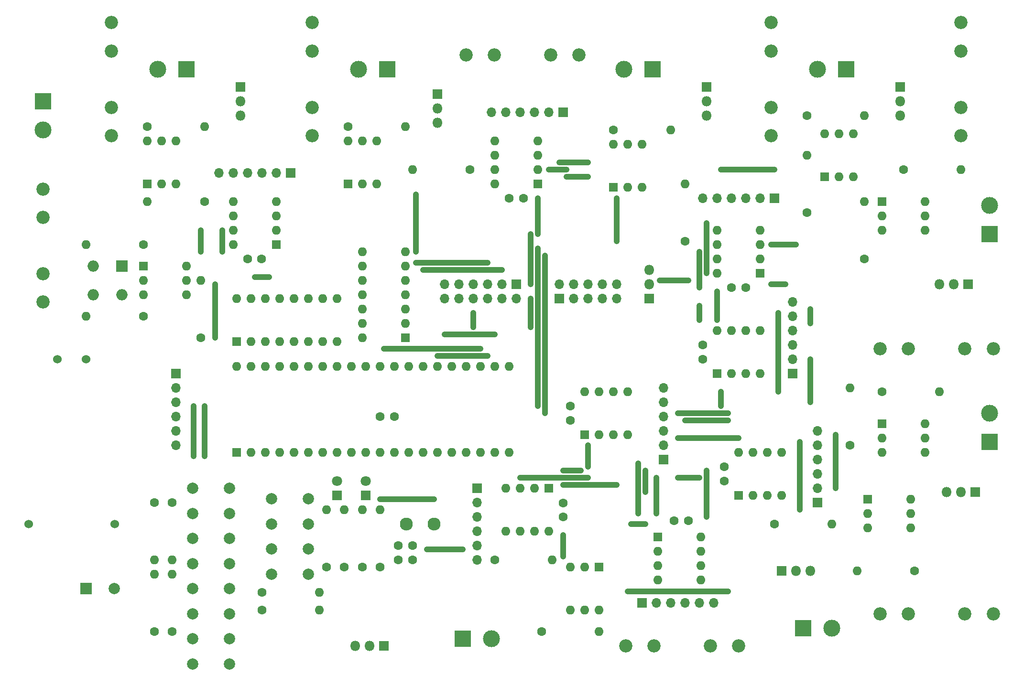
<source format=gbr>
G04 #@! TF.FileFunction,Copper,L1,Top,Signal*
%FSLAX46Y46*%
G04 Gerber Fmt 4.6, Leading zero omitted, Abs format (unit mm)*
G04 Created by KiCad (PCBNEW 4.0.7) date 06/18/18 21:36:35*
%MOMM*%
%LPD*%
G01*
G04 APERTURE LIST*
%ADD10C,0.100000*%
%ADD11C,2.350000*%
%ADD12R,1.600000X1.600000*%
%ADD13O,1.600000X1.600000*%
%ADD14C,1.600000*%
%ADD15R,2.000000X2.000000*%
%ADD16C,2.000000*%
%ADD17R,1.800000X1.800000*%
%ADD18C,1.800000*%
%ADD19O,1.800000X1.800000*%
%ADD20R,3.000000X3.000000*%
%ADD21C,3.000000*%
%ADD22R,1.700000X1.700000*%
%ADD23O,1.700000X1.700000*%
%ADD24C,2.300000*%
%ADD25O,2.000000X2.000000*%
%ADD26C,1.524000*%
%ADD27C,0.600000*%
%ADD28C,1.000000*%
G04 APERTURE END LIST*
D10*
D11*
X75565000Y-39130000D03*
X75565000Y-44130000D03*
X75565000Y-29130000D03*
X75565000Y-24130000D03*
D12*
X46355000Y-52705000D03*
D13*
X51435000Y-45085000D03*
X48895000Y-52705000D03*
X48895000Y-45085000D03*
X51435000Y-52705000D03*
X46355000Y-45085000D03*
D14*
X87630000Y-120650000D03*
D13*
X87630000Y-110490000D03*
D14*
X47625000Y-109220000D03*
D13*
X47625000Y-119380000D03*
D12*
X45720000Y-67310000D03*
D13*
X53340000Y-72390000D03*
X45720000Y-69850000D03*
X53340000Y-69850000D03*
X45720000Y-72390000D03*
X53340000Y-67310000D03*
D14*
X90805000Y-116840000D03*
X90805000Y-119340000D03*
X93345000Y-116840000D03*
X93345000Y-119340000D03*
D15*
X35560000Y-124460000D03*
D16*
X40560000Y-124460000D03*
D14*
X87630000Y-93980000D03*
X90130000Y-93980000D03*
X142240000Y-112395000D03*
X139740000Y-112395000D03*
D17*
X80010000Y-107950000D03*
D18*
X80010000Y-105410000D03*
D17*
X85090000Y-107950000D03*
D18*
X85090000Y-105410000D03*
D17*
X158750000Y-121285000D03*
D19*
X161290000Y-121285000D03*
X163830000Y-121285000D03*
D20*
X27940000Y-38100000D03*
D21*
X27940000Y-43180000D03*
D22*
X111760000Y-70485000D03*
D23*
X111760000Y-73025000D03*
X109220000Y-70485000D03*
X109220000Y-73025000D03*
X106680000Y-70485000D03*
X106680000Y-73025000D03*
X104140000Y-70485000D03*
X104140000Y-73025000D03*
X101600000Y-70485000D03*
X101600000Y-73025000D03*
X99060000Y-70485000D03*
X99060000Y-73025000D03*
D22*
X119380000Y-73025000D03*
D23*
X119380000Y-70485000D03*
X121920000Y-73025000D03*
X121920000Y-70485000D03*
X124460000Y-73025000D03*
X124460000Y-70485000D03*
X127000000Y-73025000D03*
X127000000Y-70485000D03*
X129540000Y-73025000D03*
X129540000Y-70485000D03*
D22*
X51435000Y-86360000D03*
D23*
X51435000Y-88900000D03*
X51435000Y-91440000D03*
X51435000Y-93980000D03*
X51435000Y-96520000D03*
X51435000Y-99060000D03*
D22*
X133985000Y-127000000D03*
D23*
X136525000Y-127000000D03*
X139065000Y-127000000D03*
X141605000Y-127000000D03*
X144145000Y-127000000D03*
X146685000Y-127000000D03*
D20*
X162560000Y-131445000D03*
D21*
X167640000Y-131445000D03*
D12*
X62230000Y-80645000D03*
D13*
X80010000Y-73025000D03*
X64770000Y-80645000D03*
X77470000Y-73025000D03*
X67310000Y-80645000D03*
X74930000Y-73025000D03*
X69850000Y-80645000D03*
X72390000Y-73025000D03*
X72390000Y-80645000D03*
X69850000Y-73025000D03*
X74930000Y-80645000D03*
X67310000Y-73025000D03*
X77470000Y-80645000D03*
X64770000Y-73025000D03*
X80010000Y-80645000D03*
X62230000Y-73025000D03*
D17*
X135255000Y-73025000D03*
D19*
X135255000Y-70485000D03*
X135255000Y-67945000D03*
D12*
X92075000Y-80010000D03*
D13*
X84455000Y-64770000D03*
X92075000Y-77470000D03*
X84455000Y-67310000D03*
X92075000Y-74930000D03*
X84455000Y-69850000D03*
X92075000Y-72390000D03*
X84455000Y-72390000D03*
X92075000Y-69850000D03*
X84455000Y-74930000D03*
X92075000Y-67310000D03*
X84455000Y-77470000D03*
X92075000Y-64770000D03*
X84455000Y-80010000D03*
D12*
X136842500Y-115252500D03*
D13*
X144462500Y-122872500D03*
X136842500Y-117792500D03*
X144462500Y-120332500D03*
X136842500Y-120332500D03*
X144462500Y-117792500D03*
X136842500Y-122872500D03*
X144462500Y-115252500D03*
D12*
X173990000Y-108585000D03*
D13*
X181610000Y-113665000D03*
X173990000Y-111125000D03*
X181610000Y-111125000D03*
X173990000Y-113665000D03*
X181610000Y-108585000D03*
D24*
X97155000Y-113030000D03*
X92255000Y-113030000D03*
D14*
X120015000Y-111760000D03*
X120015000Y-109260000D03*
X110490000Y-55245000D03*
X112990000Y-55245000D03*
X64135000Y-66040000D03*
X66635000Y-66040000D03*
X149860000Y-71120000D03*
X152360000Y-71120000D03*
X144780000Y-81280000D03*
X144780000Y-83780000D03*
X121285000Y-92075000D03*
X121285000Y-94575000D03*
X148590000Y-102870000D03*
X148590000Y-105370000D03*
D17*
X88265000Y-134620000D03*
D19*
X85725000Y-134620000D03*
X83185000Y-134620000D03*
D17*
X97790000Y-36830000D03*
D19*
X97790000Y-39370000D03*
X97790000Y-41910000D03*
D17*
X62865000Y-35560000D03*
D19*
X62865000Y-38100000D03*
X62865000Y-40640000D03*
D17*
X145415000Y-35560000D03*
D19*
X145415000Y-38100000D03*
X145415000Y-40640000D03*
D17*
X179705000Y-35560000D03*
D19*
X179705000Y-38100000D03*
X179705000Y-40640000D03*
D17*
X191770000Y-70485000D03*
D19*
X189230000Y-70485000D03*
X186690000Y-70485000D03*
D17*
X193040000Y-107315000D03*
D19*
X190500000Y-107315000D03*
X187960000Y-107315000D03*
D11*
X27940000Y-58660000D03*
X27940000Y-53660000D03*
X27940000Y-68660000D03*
X27940000Y-73660000D03*
X181215000Y-128905000D03*
X176215000Y-128905000D03*
X191215000Y-128905000D03*
X196215000Y-128905000D03*
X136130000Y-134620000D03*
X131130000Y-134620000D03*
X146130000Y-134620000D03*
X151130000Y-134620000D03*
X40005000Y-39130000D03*
X40005000Y-44130000D03*
X40005000Y-29130000D03*
X40005000Y-24130000D03*
X117870000Y-29845000D03*
X122870000Y-29845000D03*
X107870000Y-29845000D03*
X102870000Y-29845000D03*
X156845000Y-39130000D03*
X156845000Y-44130000D03*
X156845000Y-29130000D03*
X156845000Y-24130000D03*
X190500000Y-39130000D03*
X190500000Y-44130000D03*
X190500000Y-29130000D03*
X190500000Y-24130000D03*
X181215000Y-81915000D03*
X176215000Y-81915000D03*
X191215000Y-81915000D03*
X196215000Y-81915000D03*
D22*
X104775000Y-106680000D03*
D23*
X104775000Y-109220000D03*
X104775000Y-111760000D03*
X104775000Y-114300000D03*
X104775000Y-116840000D03*
X104775000Y-119380000D03*
D20*
X102235000Y-133350000D03*
D21*
X107315000Y-133350000D03*
D22*
X120015000Y-40005000D03*
D23*
X117475000Y-40005000D03*
X114935000Y-40005000D03*
X112395000Y-40005000D03*
X109855000Y-40005000D03*
X107315000Y-40005000D03*
D20*
X88900000Y-32385000D03*
D21*
X83820000Y-32385000D03*
D22*
X71755000Y-50800000D03*
D23*
X69215000Y-50800000D03*
X66675000Y-50800000D03*
X64135000Y-50800000D03*
X61595000Y-50800000D03*
X59055000Y-50800000D03*
D20*
X53340000Y-32385000D03*
D21*
X48260000Y-32385000D03*
D22*
X157480000Y-55245000D03*
D23*
X154940000Y-55245000D03*
X152400000Y-55245000D03*
X149860000Y-55245000D03*
X147320000Y-55245000D03*
X144780000Y-55245000D03*
D20*
X135890000Y-32385000D03*
D21*
X130810000Y-32385000D03*
D22*
X160655000Y-86360000D03*
D23*
X160655000Y-83820000D03*
X160655000Y-81280000D03*
X160655000Y-78740000D03*
X160655000Y-76200000D03*
X160655000Y-73660000D03*
D20*
X170180000Y-32385000D03*
D21*
X165100000Y-32385000D03*
D22*
X137795000Y-101600000D03*
D23*
X137795000Y-99060000D03*
X137795000Y-96520000D03*
X137795000Y-93980000D03*
X137795000Y-91440000D03*
X137795000Y-88900000D03*
D20*
X195580000Y-61595000D03*
D21*
X195580000Y-56515000D03*
D22*
X165100000Y-109220000D03*
D23*
X165100000Y-106680000D03*
X165100000Y-104140000D03*
X165100000Y-101600000D03*
X165100000Y-99060000D03*
X165100000Y-96520000D03*
D20*
X195580000Y-98425000D03*
D21*
X195580000Y-93345000D03*
D14*
X103505000Y-50165000D03*
D13*
X93345000Y-50165000D03*
D14*
X81915000Y-42545000D03*
D13*
X92075000Y-42545000D03*
D14*
X56515000Y-55880000D03*
D13*
X46355000Y-55880000D03*
D14*
X46355000Y-42545000D03*
D13*
X56515000Y-42545000D03*
D14*
X141605000Y-62865000D03*
D13*
X141605000Y-52705000D03*
D14*
X128905000Y-43180000D03*
D13*
X139065000Y-43180000D03*
D14*
X163195000Y-57785000D03*
D13*
X163195000Y-47625000D03*
D14*
X163195000Y-40640000D03*
D13*
X173355000Y-40640000D03*
D14*
X173355000Y-66040000D03*
D13*
X173355000Y-55880000D03*
D14*
X180340000Y-50165000D03*
D13*
X190500000Y-50165000D03*
D14*
X170815000Y-99060000D03*
D13*
X170815000Y-88900000D03*
D14*
X176530000Y-89535000D03*
D13*
X186690000Y-89535000D03*
D12*
X117475000Y-106680000D03*
D13*
X109855000Y-114300000D03*
X114935000Y-106680000D03*
X112395000Y-114300000D03*
X112395000Y-106680000D03*
X114935000Y-114300000D03*
X109855000Y-106680000D03*
X117475000Y-114300000D03*
D12*
X126365000Y-120650000D03*
D13*
X121285000Y-128270000D03*
X123825000Y-120650000D03*
X123825000Y-128270000D03*
X121285000Y-120650000D03*
X126365000Y-128270000D03*
D12*
X115570000Y-52705000D03*
D13*
X107950000Y-45085000D03*
X115570000Y-50165000D03*
X107950000Y-47625000D03*
X115570000Y-47625000D03*
X107950000Y-50165000D03*
X115570000Y-45085000D03*
X107950000Y-52705000D03*
D12*
X81915000Y-52705000D03*
D13*
X86995000Y-45085000D03*
X84455000Y-52705000D03*
X84455000Y-45085000D03*
X86995000Y-52705000D03*
X81915000Y-45085000D03*
D12*
X69215000Y-63500000D03*
D13*
X61595000Y-55880000D03*
X69215000Y-60960000D03*
X61595000Y-58420000D03*
X69215000Y-58420000D03*
X61595000Y-60960000D03*
X69215000Y-55880000D03*
X61595000Y-63500000D03*
D12*
X154940000Y-68580000D03*
D13*
X147320000Y-60960000D03*
X154940000Y-66040000D03*
X147320000Y-63500000D03*
X154940000Y-63500000D03*
X147320000Y-66040000D03*
X154940000Y-60960000D03*
X147320000Y-68580000D03*
D12*
X128905000Y-53340000D03*
D13*
X133985000Y-45720000D03*
X131445000Y-53340000D03*
X131445000Y-45720000D03*
X133985000Y-53340000D03*
X128905000Y-45720000D03*
D12*
X147320000Y-86360000D03*
D13*
X154940000Y-78740000D03*
X149860000Y-86360000D03*
X152400000Y-78740000D03*
X152400000Y-86360000D03*
X149860000Y-78740000D03*
X154940000Y-86360000D03*
X147320000Y-78740000D03*
D12*
X166370000Y-51435000D03*
D13*
X171450000Y-43815000D03*
X168910000Y-51435000D03*
X168910000Y-43815000D03*
X171450000Y-51435000D03*
X166370000Y-43815000D03*
D12*
X123825000Y-97155000D03*
D13*
X131445000Y-89535000D03*
X126365000Y-97155000D03*
X128905000Y-89535000D03*
X128905000Y-97155000D03*
X126365000Y-89535000D03*
X131445000Y-97155000D03*
X123825000Y-89535000D03*
D12*
X176530000Y-55880000D03*
D13*
X184150000Y-60960000D03*
X176530000Y-58420000D03*
X184150000Y-58420000D03*
X176530000Y-60960000D03*
X184150000Y-55880000D03*
D12*
X151130000Y-107950000D03*
D13*
X158750000Y-100330000D03*
X153670000Y-107950000D03*
X156210000Y-100330000D03*
X156210000Y-107950000D03*
X153670000Y-100330000D03*
X158750000Y-107950000D03*
X151130000Y-100330000D03*
D12*
X176530000Y-95250000D03*
D13*
X184150000Y-100330000D03*
X176530000Y-97790000D03*
X184150000Y-97790000D03*
X176530000Y-100330000D03*
X184150000Y-95250000D03*
D14*
X50800000Y-109220000D03*
D13*
X50800000Y-119380000D03*
D14*
X47625000Y-132080000D03*
D13*
X47625000Y-121920000D03*
D14*
X81280000Y-120650000D03*
D13*
X81280000Y-110490000D03*
D14*
X78105000Y-120650000D03*
D13*
X78105000Y-110490000D03*
D14*
X84455000Y-120650000D03*
D13*
X84455000Y-110490000D03*
D14*
X50800000Y-132080000D03*
D13*
X50800000Y-121920000D03*
D14*
X66675000Y-125095000D03*
D13*
X76835000Y-125095000D03*
D14*
X66675000Y-128270000D03*
D13*
X76835000Y-128270000D03*
D14*
X55880000Y-80010000D03*
D13*
X55880000Y-69850000D03*
D14*
X157480000Y-113030000D03*
D13*
X167640000Y-113030000D03*
D14*
X182245000Y-121285000D03*
D13*
X172085000Y-121285000D03*
D14*
X107950000Y-119380000D03*
D13*
X118110000Y-119380000D03*
D14*
X116205000Y-132080000D03*
D13*
X126365000Y-132080000D03*
D14*
X45720000Y-76200000D03*
D13*
X35560000Y-76200000D03*
D14*
X45720000Y-63500000D03*
D13*
X35560000Y-63500000D03*
D25*
X41910000Y-72390000D03*
X36830000Y-67310000D03*
X36830000Y-72390000D03*
D15*
X41910000Y-67310000D03*
D16*
X60960000Y-106625000D03*
X60960000Y-111125000D03*
X54460000Y-106625000D03*
X54460000Y-111125000D03*
X60960000Y-115515000D03*
X60960000Y-120015000D03*
X54460000Y-115515000D03*
X54460000Y-120015000D03*
X60960000Y-124405000D03*
X60960000Y-128905000D03*
X54460000Y-124405000D03*
X54460000Y-128905000D03*
X60960000Y-133295000D03*
X60960000Y-137795000D03*
X54460000Y-133295000D03*
X54460000Y-137795000D03*
X74930000Y-108530000D03*
X74930000Y-113030000D03*
X68430000Y-108530000D03*
X68430000Y-113030000D03*
X74930000Y-117420000D03*
X74930000Y-121920000D03*
X68430000Y-117420000D03*
X68430000Y-121920000D03*
D12*
X62230000Y-100330000D03*
D13*
X110490000Y-85090000D03*
X64770000Y-100330000D03*
X107950000Y-85090000D03*
X67310000Y-100330000D03*
X105410000Y-85090000D03*
X69850000Y-100330000D03*
X102870000Y-85090000D03*
X72390000Y-100330000D03*
X100330000Y-85090000D03*
X74930000Y-100330000D03*
X97790000Y-85090000D03*
X77470000Y-100330000D03*
X95250000Y-85090000D03*
X80010000Y-100330000D03*
X92710000Y-85090000D03*
X82550000Y-100330000D03*
X90170000Y-85090000D03*
X85090000Y-100330000D03*
X87630000Y-85090000D03*
X87630000Y-100330000D03*
X85090000Y-85090000D03*
X90170000Y-100330000D03*
X82550000Y-85090000D03*
X92710000Y-100330000D03*
X80010000Y-85090000D03*
X95250000Y-100330000D03*
X77470000Y-85090000D03*
X97790000Y-100330000D03*
X74930000Y-85090000D03*
X100330000Y-100330000D03*
X72390000Y-85090000D03*
X102870000Y-100330000D03*
X69850000Y-85090000D03*
X105410000Y-100330000D03*
X67310000Y-85090000D03*
X107950000Y-100330000D03*
X64770000Y-85090000D03*
X110490000Y-100330000D03*
X62230000Y-85090000D03*
D26*
X25400000Y-113030000D03*
X40640000Y-113030000D03*
X35560000Y-83820000D03*
X30480000Y-83820000D03*
D27*
X102235000Y-117475000D03*
X95885000Y-117475000D03*
X120015000Y-114935000D03*
X120015000Y-118745000D03*
X145415000Y-103505000D03*
X145415000Y-111760000D03*
X151130000Y-97790000D03*
X140335000Y-97790000D03*
X147320000Y-71755000D03*
X147320000Y-76835000D03*
X157480000Y-50165000D03*
X147955000Y-50165000D03*
X145415000Y-68580000D03*
X145415000Y-59690000D03*
X129540000Y-62865000D03*
X129540000Y-55245000D03*
X93980000Y-64770000D03*
X93980000Y-54610000D03*
X99060000Y-79375000D03*
X107950000Y-79375000D03*
X114300000Y-78105000D03*
X114300000Y-73025000D03*
X129540000Y-106045000D03*
X120015000Y-106045000D03*
X114300000Y-61595000D03*
X114300000Y-70485000D03*
X124460000Y-102870000D03*
X124460000Y-99060000D03*
X115570000Y-61595000D03*
X115570000Y-55245000D03*
X163830000Y-83820000D03*
X163830000Y-91440000D03*
X168275000Y-97155000D03*
X168275000Y-106680000D03*
X163830000Y-77470000D03*
X163830000Y-74930000D03*
X159385000Y-70485000D03*
X156845000Y-70485000D03*
X137160000Y-69850000D03*
X142240000Y-69850000D03*
X58420000Y-70485000D03*
X58420000Y-80010000D03*
X54610000Y-100965000D03*
X54610000Y-92075000D03*
X97155000Y-108585000D03*
X87630000Y-108585000D03*
X109220000Y-67945000D03*
X95250000Y-67945000D03*
X106680000Y-66675000D03*
X93980000Y-66675000D03*
X116840000Y-65405000D03*
X116840000Y-93345000D03*
X115570000Y-64135000D03*
X115570000Y-92075000D03*
X106680000Y-83185000D03*
X97790000Y-83185000D03*
X104140000Y-75565000D03*
X104140000Y-78105000D03*
X149288500Y-124904500D03*
X131445000Y-124904500D03*
X161925000Y-110490000D03*
X161925000Y-98425000D03*
X141605000Y-94615000D03*
X149225000Y-94615000D03*
X144145000Y-74295000D03*
X144145000Y-76835000D03*
X144145000Y-71120000D03*
X144145000Y-64770000D03*
X55880000Y-60960000D03*
X55880000Y-64770000D03*
X112395000Y-104775000D03*
X124460000Y-104775000D03*
X133350000Y-102235000D03*
X133350000Y-111125000D03*
X134620000Y-103505000D03*
X134620000Y-107315000D03*
X119380000Y-48895000D03*
X156845000Y-63500000D03*
X161290000Y-63500000D03*
X124460000Y-48895000D03*
X134620000Y-113030000D03*
X132080000Y-113030000D03*
X123190000Y-103505000D03*
X120015000Y-103505000D03*
X136525000Y-104775000D03*
X136525000Y-111125000D03*
X140335000Y-104775000D03*
X144145000Y-104775000D03*
X147955000Y-92075000D03*
X147955000Y-89535000D03*
X158115000Y-75565000D03*
X158115000Y-89535000D03*
X120650000Y-51435000D03*
X124460000Y-51435000D03*
X117475000Y-50165000D03*
X120650000Y-50165000D03*
X56515000Y-92075000D03*
X56515000Y-100965000D03*
X88265000Y-81915000D03*
X105410000Y-81915000D03*
X59690000Y-60960000D03*
X59690000Y-64770000D03*
X65405000Y-69215000D03*
X67945000Y-69215000D03*
X140335000Y-93345000D03*
X149225000Y-93345000D03*
D28*
X95885000Y-117475000D02*
X102235000Y-117475000D01*
X120015000Y-118745000D02*
X120015000Y-114935000D01*
X145415000Y-111760000D02*
X145415000Y-103505000D01*
X140335000Y-97790000D02*
X151130000Y-97790000D01*
X147320000Y-76835000D02*
X147320000Y-71755000D01*
X147955000Y-50165000D02*
X157480000Y-50165000D01*
X145415000Y-59690000D02*
X145415000Y-68580000D01*
X129540000Y-55245000D02*
X129540000Y-62865000D01*
X93980000Y-64770000D02*
X93980000Y-54610000D01*
X107950000Y-79375000D02*
X99060000Y-79375000D01*
X114300000Y-73025000D02*
X114300000Y-78105000D01*
X120015000Y-106045000D02*
X129540000Y-106045000D01*
X114300000Y-70485000D02*
X114300000Y-61595000D01*
X124460000Y-102870000D02*
X124460000Y-99060000D01*
X115570000Y-55245000D02*
X115570000Y-61595000D01*
X163830000Y-91440000D02*
X163830000Y-83820000D01*
X168275000Y-106680000D02*
X168275000Y-97155000D01*
X163830000Y-77470000D02*
X163830000Y-74930000D01*
X159385000Y-70485000D02*
X156845000Y-70485000D01*
X142240000Y-69850000D02*
X137160000Y-69850000D01*
X58420000Y-70485000D02*
X58420000Y-80010000D01*
X54610000Y-92075000D02*
X54610000Y-100965000D01*
X87630000Y-108585000D02*
X97155000Y-108585000D01*
X95250000Y-67945000D02*
X109220000Y-67945000D01*
X93980000Y-66675000D02*
X106680000Y-66675000D01*
X116840000Y-93345000D02*
X116840000Y-65405000D01*
X115570000Y-92075000D02*
X115570000Y-64135000D01*
X97790000Y-83185000D02*
X106680000Y-83185000D01*
X104140000Y-78105000D02*
X104140000Y-75565000D01*
X131445000Y-124904500D02*
X149288500Y-124904500D01*
X161925000Y-98425000D02*
X161925000Y-110490000D01*
X149225000Y-94615000D02*
X141605000Y-94615000D01*
X144145000Y-76835000D02*
X144145000Y-74295000D01*
X144145000Y-64770000D02*
X144145000Y-71120000D01*
X55880000Y-64770000D02*
X55880000Y-60960000D01*
X124460000Y-104775000D02*
X112395000Y-104775000D01*
X133350000Y-111125000D02*
X133350000Y-102235000D01*
X134620000Y-107315000D02*
X134620000Y-103505000D01*
X161290000Y-63500000D02*
X156845000Y-63500000D01*
X124460000Y-48895000D02*
X119380000Y-48895000D01*
X132080000Y-113030000D02*
X134620000Y-113030000D01*
X120015000Y-103505000D02*
X123190000Y-103505000D01*
X136525000Y-111125000D02*
X136525000Y-104775000D01*
X144145000Y-104775000D02*
X140335000Y-104775000D01*
X147955000Y-89535000D02*
X147955000Y-92075000D01*
X158115000Y-89535000D02*
X158115000Y-75565000D01*
X124460000Y-51435000D02*
X120650000Y-51435000D01*
X120650000Y-50165000D02*
X117475000Y-50165000D01*
X56515000Y-100965000D02*
X56515000Y-92075000D01*
X105410000Y-81915000D02*
X88265000Y-81915000D01*
X59690000Y-64770000D02*
X59690000Y-60960000D01*
X67945000Y-69215000D02*
X65405000Y-69215000D01*
X149225000Y-93345000D02*
X140335000Y-93345000D01*
M02*

</source>
